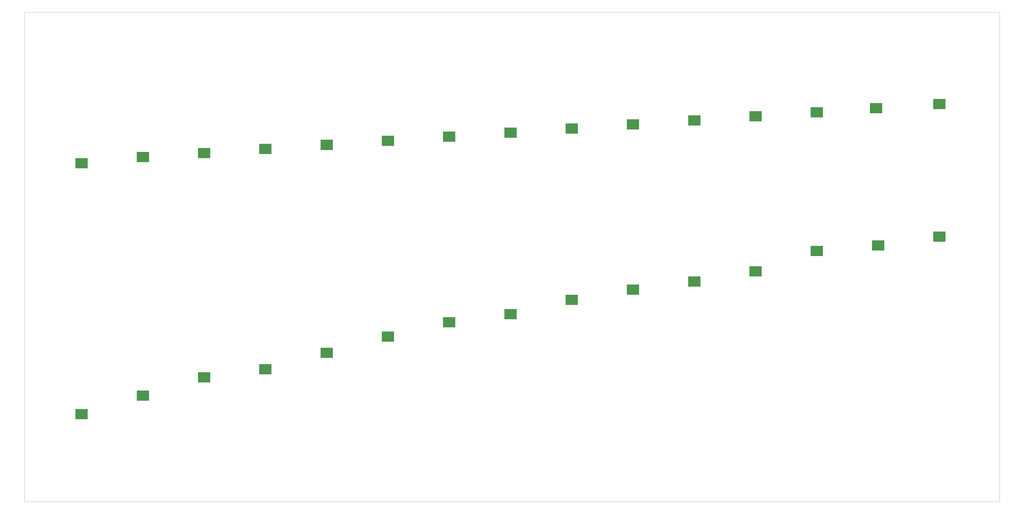
<source format=gbr>
G04 Layer_Color=0*
%FSLAX42Y42*%
%MOMM*%
%TF.FileFunction,Profile,NP*%
%TF.Part,Single*%
G01*
G75*
%TA.AperFunction,Profile*%
%ADD45C,0.03*%
G36*
X3500Y17850D02*
X4100D01*
Y17350D01*
X3500D01*
Y17850D01*
D02*
G37*
G36*
X6500Y18150D02*
X7100D01*
Y17650D01*
X6500D01*
Y18150D01*
D02*
G37*
G36*
X9500Y18350D02*
X10100D01*
Y17850D01*
X9500D01*
Y18350D01*
D02*
G37*
G36*
X12500Y18550D02*
X13100D01*
Y18050D01*
X12500D01*
Y18550D01*
D02*
G37*
G36*
X15500Y18750D02*
X16100D01*
Y18250D01*
X15500D01*
Y18750D01*
D02*
G37*
G36*
X18500Y18950D02*
X19100D01*
Y18450D01*
X18500D01*
Y18950D01*
D02*
G37*
G36*
X21500Y19150D02*
X22100D01*
Y18650D01*
X21500D01*
Y19150D01*
D02*
G37*
G36*
X24500Y19350D02*
X25100D01*
Y18850D01*
X24500D01*
Y19350D01*
D02*
G37*
G36*
X27500Y19550D02*
X28100D01*
Y19050D01*
X27500D01*
Y19550D01*
D02*
G37*
G36*
X30500Y19750D02*
X31100D01*
Y19250D01*
X30500D01*
Y19750D01*
D02*
G37*
G36*
X33500Y19950D02*
X34100D01*
Y19450D01*
X33500D01*
Y19950D01*
D02*
G37*
G36*
X36500Y20150D02*
X37100D01*
Y19650D01*
X36500D01*
Y20150D01*
D02*
G37*
G36*
X39500Y20350D02*
X40100D01*
Y19850D01*
X39500D01*
Y20350D01*
D02*
G37*
G36*
X42400Y20550D02*
X43000D01*
Y20050D01*
X42400D01*
Y20550D01*
D02*
G37*
G36*
X45500Y20750D02*
X46100D01*
Y20250D01*
X45500D01*
Y20750D01*
D02*
G37*
G36*
Y14250D02*
X46100D01*
Y13750D01*
X45500D01*
Y14250D01*
D02*
G37*
G36*
X42500Y13820D02*
X43100D01*
Y13320D01*
X42500D01*
Y13820D01*
D02*
G37*
G36*
X39500Y13550D02*
X40100D01*
Y13050D01*
X39500D01*
Y13550D01*
D02*
G37*
G36*
X36500Y12550D02*
X37100D01*
Y12050D01*
X36500D01*
Y12550D01*
D02*
G37*
G36*
X33500Y12050D02*
X34100D01*
Y11550D01*
X33500D01*
Y12050D01*
D02*
G37*
G36*
X30500Y11650D02*
X31100D01*
Y11150D01*
X30500D01*
Y11650D01*
D02*
G37*
G36*
X27500Y11150D02*
X28100D01*
Y10650D01*
X27500D01*
Y11150D01*
D02*
G37*
G36*
X24500Y10450D02*
X25100D01*
Y9950D01*
X24500D01*
Y10450D01*
D02*
G37*
G36*
X21500Y10050D02*
X22100D01*
Y9550D01*
X21500D01*
Y10050D01*
D02*
G37*
G36*
X18500Y9350D02*
X19100D01*
Y8850D01*
X18500D01*
Y9350D01*
D02*
G37*
G36*
X15500Y8550D02*
X16100D01*
Y8050D01*
X15500D01*
Y8550D01*
D02*
G37*
G36*
X12500Y7750D02*
X13100D01*
Y7250D01*
X12500D01*
Y7750D01*
D02*
G37*
G36*
X9500Y7350D02*
X10100D01*
Y6850D01*
X9500D01*
Y7350D01*
D02*
G37*
G36*
X6500Y6450D02*
X7100D01*
Y5950D01*
X6500D01*
Y6450D01*
D02*
G37*
G36*
X3500Y5550D02*
X4100D01*
Y5050D01*
X3500D01*
Y5550D01*
D02*
G37*
G36*
X21500Y10050D02*
X22100D01*
Y9550D01*
X21500D01*
Y10050D01*
D02*
G37*
G36*
D02*
X22100D01*
Y9550D01*
X21500D01*
Y10050D01*
X22100D01*
Y9550D01*
X21500D01*
Y10050D01*
X22100D01*
Y9550D01*
X21500D01*
Y10050D01*
D02*
G37*
D45*
X1000Y1000D02*
X48752D01*
Y25000D01*
X1000D01*
Y1000D01*
%TF.MD5,45e1575f4a81391bcb9c0bdbf131c5db*%
M02*

</source>
